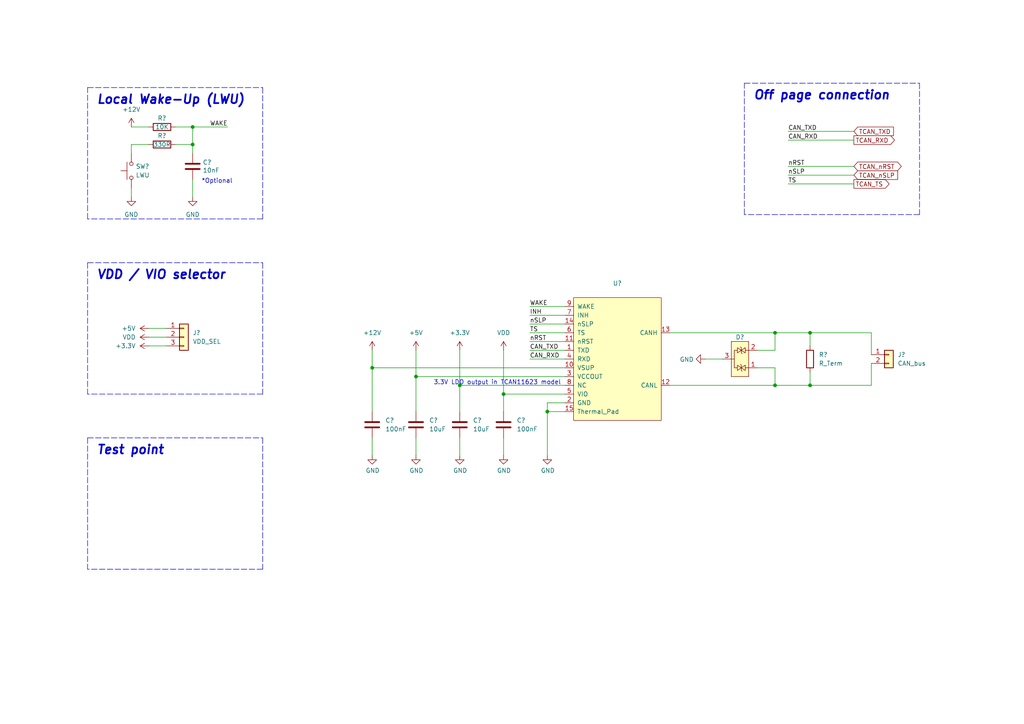
<source format=kicad_sch>
(kicad_sch (version 20211123) (generator eeschema)
  (paper "A4")
  (title_block (title "Multi purpose power converter module with CAN bus interface") (date "2022-09-07") (rev "0.1") (company "City Science Lab @ Taipei Tech /a cooperation with the MIT Media Lab") (comment 1 "DANCHOUZHOU") (comment 2 "https://github.com/danchouzhou") (comment 3 "danchouzhou@gmail.com"))
  (lib_symbols
    (symbol "Connector_Generic:Conn_01x02" (pin_names (offset 1.016) hide)
      (property "Reference" "J" (at 0 2.54 0))
      (property "Value" "Conn_01x02" (at 0 -5.08 0))
      (symbol "Conn_01x02_1_1"
        (rectangle (start -1.27 -2.413) (end 0 -2.667) (stroke (width 0.1524)))
        (rectangle (start -1.27 0.127) (end 0 -0.127) (stroke (width 0.1524)))
        (rectangle (start -1.27 1.27) (end 1.27 -3.81) (stroke (width 0.254)) (fill (type background)))
        (pin passive line (at -5.08 0 0) (length 3.81) (name "Pin_1") (number "1"))
        (pin passive line (at -5.08 -2.54 0) (length 3.81) (name "Pin_2") (number "2"))
      )
    )
    (symbol "Connector_Generic:Conn_01x03" (pin_names (offset 1.016) hide)
      (property "Reference" "J" (at 0 5.08 0))
      (property "Value" "Conn_01x03" (at 0 -5.08 0))
      (symbol "Conn_01x03_1_1"
        (rectangle (start -1.27 -2.413) (end 0 -2.667) (stroke (width 0.1524)))
        (rectangle (start -1.27 0.127) (end 0 -0.127) (stroke (width 0.1524)))
        (rectangle (start -1.27 2.667) (end 0 2.413) (stroke (width 0.1524)))
        (rectangle (start -1.27 3.81) (end 1.27 -3.81) (stroke (width 0.254)) (fill (type background)))
        (pin passive line (at -5.08 2.54 0) (length 3.81) (name "Pin_1") (number "1"))
        (pin passive line (at -5.08 0 0) (length 3.81) (name "Pin_2") (number "2"))
        (pin passive line (at -5.08 -2.54 0) (length 3.81) (name "Pin_3") (number "3"))
      )
    )
    (symbol "Device:C" (pin_numbers hide) (pin_names (offset 0.254))
      (property "Reference" "C" (at 0.635 2.54 0))
      (property "Value" "C" (at 0.635 -2.54 0))
      (symbol "C_0_1"
        (polyline (pts (xy -2.032 -0.762) (xy 2.032 -0.762)) (stroke (width 0.508)))
        (polyline (pts (xy -2.032 0.762) (xy 2.032 0.762)) (stroke (width 0.508)))
      )
      (symbol "C_1_1"
        (pin passive line (at 0 3.81 270) (length 2.794) (name "~") (number "1"))
        (pin passive line (at 0 -3.81 90) (length 2.794) (name "~") (number "2"))
      )
    )
    (symbol "Device:R" (pin_numbers hide) (pin_names (offset 0))
      (property "Reference" "R" (at 2.032 0 90))
      (property "Value" "R" (at 0 0 90))
      (symbol "R_0_1"
        (rectangle (start -1.016 -2.54) (end 1.016 2.54) (stroke (width 0.254)))
      )
      (symbol "R_1_1"
        (pin passive line (at 0 3.81 270) (length 1.27) (name "~") (number "1"))
        (pin passive line (at 0 -3.81 90) (length 1.27) (name "~") (number "2"))
      )
    )
    (symbol "PEC3124C2A-AU:PEC3124C2A-AU" (pin_names (offset 1.016))
      (property "Reference" "D" (at 0 6.35 0))
      (property "Value" "PEC3124C2A-AU" (at 0 -6.35 0))
      (symbol "PEC3124C2A-AU_0_1"
        (rectangle (start -2.54 5.08) (end 2.54 -5.08) (fill (type background)))
        (polyline (pts (xy -2.54 0) (xy -1.651 0)))
        (polyline (pts (xy 1.524 -2.54) (xy 2.54 -2.54)))
        (polyline (pts (xy 1.524 2.54) (xy 2.54 2.54)))
        (polyline (pts (xy -0.762 2.54) (xy -1.651 2.54) (xy -1.651 -2.54) (xy -0.762 -2.54)))
        (polyline (pts (xy 0.127 -1.524) (xy 0.381 -1.778) (xy 0.381 -3.302) (xy 0.635 -3.556)))
        (polyline (pts (xy 0.127 3.556) (xy 0.381 3.302) (xy 0.381 1.778) (xy 0.635 1.524)))
        (polyline (pts (xy 1.524 -1.778) (xy 1.524 -3.302) (xy -0.762 -1.778) (xy -0.762 -3.302) (xy 1.524 -1.778)))
        (polyline (pts (xy 1.524 3.302) (xy 1.524 1.778) (xy -0.762 3.302) (xy -0.762 1.778) (xy 1.524 3.302)))
      )
      (symbol "PEC3124C2A-AU_1_1"
        (pin passive line (at 5.08 -2.54 180) (length 2.54) (name "~") (number "1"))
        (pin passive line (at 5.08 2.54 180) (length 2.54) (name "~") (number "2"))
        (pin passive line (at -5.08 0 0) (length 2.54) (name "~") (number "3"))
      )
    )
    (symbol "Switch:SW_Push" (pin_numbers hide) (pin_names (offset 1.016) hide)
      (property "Reference" "SW" (at 1.27 2.54 0))
      (property "Value" "SW_Push" (at 0 -1.524 0))
      (symbol "SW_Push_0_1"
        (circle (center -2.032 0) (radius 0.508))
        (polyline (pts (xy 0 1.27) (xy 0 3.048)))
        (polyline (pts (xy 2.54 1.27) (xy -2.54 1.27)))
        (circle (center 2.032 0) (radius 0.508))
        (pin passive line (at -5.08 0 0) (length 2.54) (name "1") (number "1"))
        (pin passive line (at 5.08 0 180) (length 2.54) (name "2") (number "2"))
      )
    )
    (symbol "TCAN1162x-Q1:PTCAN11625DMTRQ1" (pin_names (offset 1.016))
      (property "Reference" "U" (at 0 21.59 0))
      (property "Value" "PTCAN11625DMTRQ1" (at 0 19.05 0))
      (symbol "PTCAN11625DMTRQ1_0_1"
        (rectangle (start -12.7 17.78) (end 12.7 -17.78) (fill (type background)))
        (rectangle (start 12.7 -17.78) (end 12.7 -17.78))
      )
      (symbol "PTCAN11625DMTRQ1_1_1"
        (pin input line (at -15.24 2.54 0) (length 2.54) (name "TXD") (number "1"))
        (pin power_in line (at -15.24 -2.54 0) (length 2.54) (name "VSUP") (number "10"))
        (pin bidirectional line (at -15.24 5.08 0) (length 2.54) (name "nRST") (number "11"))
        (pin bidirectional line (at 15.24 -7.62 180) (length 2.54) (name "CANL") (number "12"))
        (pin bidirectional line (at 15.24 7.62 180) (length 2.54) (name "CANH") (number "13"))
        (pin input line (at -15.24 10.16 0) (length 2.54) (name "nSLP") (number "14"))
        (pin passive line (at -15.24 -15.24 0) (length 2.54) (name "Thermal_Pad") (number "15"))
        (pin power_in line (at -15.24 -12.7 0) (length 2.54) (name "GND") (number "2"))
        (pin power_out line (at -15.24 -5.08 0) (length 2.54) (name "VCCOUT") (number "3"))
        (pin output line (at -15.24 0 0) (length 2.54) (name "RXD") (number "4"))
        (pin power_in line (at -15.24 -10.16 0) (length 2.54) (name "VIO") (number "5"))
        (pin output line (at -15.24 7.62 0) (length 2.54) (name "TS") (number "6"))
        (pin output line (at -15.24 12.7 0) (length 2.54) (name "INH") (number "7"))
        (pin passive line (at -15.24 -7.62 0) (length 2.54) (name "NC") (number "8"))
        (pin input line (at -15.24 15.24 0) (length 2.54) (name "WAKE") (number "9"))
      )
    )
    (symbol "power:+12V" (power) (pin_names (offset 0))
      (property "Value" "+12V" (at 0 3.556 0))
      (symbol "+12V_0_1"
        (polyline (pts (xy -0.762 1.27) (xy 0 2.54)))
        (polyline (pts (xy 0 0) (xy 0 2.54)))
        (polyline (pts (xy 0 2.54) (xy 0.762 1.27)))
      )
      (symbol "+12V_1_1"
        (pin power_in line (at 0 0 90) (length 0) hide (name "+12V") (number "1"))
      )
    )
    (symbol "power:+3.3V" (power) (pin_names (offset 0))
      (property "Value" "+3.3V" (at 0 3.556 0))
      (symbol "+3.3V_0_1"
        (polyline (pts (xy -0.762 1.27) (xy 0 2.54)))
        (polyline (pts (xy 0 0) (xy 0 2.54)))
        (polyline (pts (xy 0 2.54) (xy 0.762 1.27)))
      )
      (symbol "+3.3V_1_1"
        (pin power_in line (at 0 0 90) (length 0) hide (name "+3.3V") (number "1"))
      )
    )
    (symbol "power:+5V" (power) (pin_names (offset 0))
      (property "Value" "+5V" (at 0 3.556 0))
      (symbol "+5V_0_1"
        (polyline (pts (xy -0.762 1.27) (xy 0 2.54)))
        (polyline (pts (xy 0 0) (xy 0 2.54)))
        (polyline (pts (xy 0 2.54) (xy 0.762 1.27)))
      )
      (symbol "+5V_1_1"
        (pin power_in line (at 0 0 90) (length 0) hide (name "+5V") (number "1"))
      )
    )
    (symbol "power:GND" (power) (pin_names (offset 0))
      (property "Value" "GND" (at 0 -3.81 0))
      (symbol "GND_0_1"
        (polyline (pts (xy 0 0) (xy 0 -1.27) (xy 1.27 -1.27) (xy 0 -2.54) (xy -1.27 -1.27) (xy 0 -1.27)))
      )
      (symbol "GND_1_1"
        (pin power_in line (at 0 0 270) (length 0) hide (name "GND") (number "1"))
      )
    )
    (symbol "power:VDD" (power) (pin_names (offset 0))
      (property "Value" "VDD" (at 0 3.81 0))
      (symbol "VDD_0_1"
        (polyline (pts (xy -0.762 1.27) (xy 0 2.54)))
        (polyline (pts (xy 0 0) (xy 0 2.54)))
        (polyline (pts (xy 0 2.54) (xy 0.762 1.27)))
      )
      (symbol "VDD_1_1"
        (pin power_in line (at 0 0 90) (length 0) hide (name "VDD") (number "1"))
      )
    )
  )
  (junction (at 55.88 36.83))
  (junction (at 224.79 111.76))
  (junction (at 158.75 119.38))
  (junction (at 120.65 109.22))
  (junction (at 55.88 41.91))
  (junction (at 224.79 96.52))
  (junction (at 234.95 111.76))
  (junction (at 146.05 114.3))
  (junction (at 234.95 96.52))
  (junction (at 107.95 106.68))
  (junction (at 133.35 111.76))
  (wire (pts (xy 228.6 38.1) (xy 247.65 38.1)))
  (wire (pts (xy 146.05 127) (xy 146.05 132.08)))
  (wire (pts (xy 43.18 95.25) (xy 48.26 95.25)))
  (wire (pts (xy 153.67 96.52) (xy 163.83 96.52)))
  (wire (pts (xy 234.95 96.52) (xy 234.95 100.33)))
  (polyline (pts (xy 76.2 76.2) (xy 76.2 114.3)))
  (wire (pts (xy 234.95 96.52) (xy 252.73 96.52)))
  (polyline (pts (xy 266.7 62.23) (xy 215.9 62.23)))
  (wire (pts (xy 38.1 36.83) (xy 43.18 36.83)))
  (polyline (pts (xy 25.4 76.2) (xy 25.4 114.3)))
  (wire (pts (xy 228.6 40.64) (xy 247.65 40.64)))
  (wire (pts (xy 153.67 91.44) (xy 163.83 91.44)))
  (wire (pts (xy 234.95 111.76) (xy 252.73 111.76)))
  (polyline (pts (xy 25.4 127) (xy 25.4 165.1)))
  (wire (pts (xy 107.95 101.6) (xy 107.95 106.68)))
  (wire (pts (xy 228.6 53.34) (xy 247.65 53.34)))
  (wire (pts (xy 38.1 41.91) (xy 38.1 44.45)))
  (wire (pts (xy 38.1 54.61) (xy 38.1 57.15)))
  (wire (pts (xy 120.65 101.6) (xy 120.65 109.22)))
  (polyline (pts (xy 25.4 63.5) (xy 25.4 25.4)))
  (wire (pts (xy 55.88 57.15) (xy 55.88 52.07)))
  (wire (pts (xy 153.67 99.06) (xy 163.83 99.06)))
  (wire (pts (xy 43.18 41.91) (xy 38.1 41.91)))
  (polyline (pts (xy 266.7 24.13) (xy 266.7 62.23)))
  (wire (pts (xy 55.88 41.91) (xy 55.88 36.83)))
  (wire (pts (xy 224.79 101.6) (xy 219.71 101.6)))
  (wire (pts (xy 146.05 114.3) (xy 146.05 119.38)))
  (wire (pts (xy 224.79 96.52) (xy 234.95 96.52)))
  (polyline (pts (xy 76.2 114.3) (xy 25.4 114.3)))
  (wire (pts (xy 55.88 41.91) (xy 55.88 44.45)))
  (wire (pts (xy 133.35 111.76) (xy 133.35 119.38)))
  (wire (pts (xy 163.83 114.3) (xy 146.05 114.3)))
  (wire (pts (xy 43.18 100.33) (xy 48.26 100.33)))
  (wire (pts (xy 50.8 36.83) (xy 55.88 36.83)))
  (wire (pts (xy 163.83 116.84) (xy 158.75 116.84)))
  (polyline (pts (xy 76.2 25.4) (xy 76.2 63.5)))
  (wire (pts (xy 228.6 48.26) (xy 247.65 48.26)))
  (wire (pts (xy 43.18 97.79) (xy 48.26 97.79)))
  (polyline (pts (xy 76.2 127) (xy 76.2 165.1)))
  (polyline (pts (xy 25.4 127) (xy 76.2 127)))
  (wire (pts (xy 219.71 106.68) (xy 224.79 106.68)))
  (wire (pts (xy 163.83 111.76) (xy 133.35 111.76)))
  (wire (pts (xy 146.05 101.6) (xy 146.05 114.3)))
  (wire (pts (xy 133.35 127) (xy 133.35 132.08)))
  (wire (pts (xy 252.73 105.41) (xy 252.73 111.76)))
  (polyline (pts (xy 215.9 24.13) (xy 266.7 24.13)))
  (wire (pts (xy 153.67 93.98) (xy 163.83 93.98)))
  (wire (pts (xy 120.65 127) (xy 120.65 132.08)))
  (wire (pts (xy 55.88 36.83) (xy 66.04 36.83)))
  (wire (pts (xy 224.79 106.68) (xy 224.79 111.76)))
  (wire (pts (xy 234.95 107.95) (xy 234.95 111.76)))
  (wire (pts (xy 153.67 88.9) (xy 163.83 88.9)))
  (wire (pts (xy 163.83 106.68) (xy 107.95 106.68)))
  (wire (pts (xy 158.75 119.38) (xy 158.75 132.08)))
  (wire (pts (xy 133.35 101.6) (xy 133.35 111.76)))
  (wire (pts (xy 158.75 119.38) (xy 163.83 119.38)))
  (wire (pts (xy 153.67 101.6) (xy 163.83 101.6)))
  (wire (pts (xy 158.75 116.84) (xy 158.75 119.38)))
  (wire (pts (xy 120.65 109.22) (xy 120.65 119.38)))
  (polyline (pts (xy 25.4 25.4) (xy 76.2 25.4)))
  (polyline (pts (xy 76.2 63.5) (xy 25.4 63.5)))
  (wire (pts (xy 107.95 127) (xy 107.95 132.08)))
  (wire (pts (xy 252.73 96.52) (xy 252.73 102.87)))
  (wire (pts (xy 107.95 106.68) (xy 107.95 119.38)))
  (polyline (pts (xy 25.4 76.2) (xy 76.2 76.2)))
  (polyline (pts (xy 215.9 62.23) (xy 215.9 24.13)))
  (wire (pts (xy 224.79 96.52) (xy 224.79 101.6)))
  (wire (pts (xy 234.95 111.76) (xy 224.79 111.76)))
  (wire (pts (xy 228.6 50.8) (xy 247.65 50.8)))
  (wire (pts (xy 153.67 104.14) (xy 163.83 104.14)))
  (polyline (pts (xy 76.2 165.1) (xy 25.4 165.1)))
  (wire (pts (xy 163.83 109.22) (xy 120.65 109.22)))
  (wire (pts (xy 50.8 41.91) (xy 55.88 41.91)))
  (wire (pts (xy 224.79 111.76) (xy 194.31 111.76)))
  (wire (pts (xy 194.31 96.52) (xy 224.79 96.52)))
  (wire (pts (xy 204.47 104.14) (xy 209.55 104.14)))
  (text "Local Wake-Up (LWU)" (at 27.94 30.48 0) (effects (font (size 2.54 2.54) (thickness 0.508) bold italic) (justify left bottom)))
  (text "Test point" (at 27.94 132.08 0) (effects (font (size 2.54 2.54) (thickness 0.508) bold italic) (justify left bottom)))
  (text "3.3V LDO output in TCAN11623 model" (at 125.73 111.76 0) (effects (font (size 1.27 1.27)) (justify left bottom)))
  (text "VDD / VIO selector" (at 27.94 81.28 0) (effects (font (size 2.54 2.54) (thickness 0.508) bold italic) (justify left bottom)))
  (text "Off page connection" (at 218.44 29.21 0) (effects (font (size 2.54 2.54) (thickness 0.508) bold italic) (justify left bottom)))
  (text "*Optional" (at 58.42 53.34 0) (effects (font (size 1.27 1.27)) (justify left bottom)))
  (label "WAKE" (at 66.04 36.83 180))
  (label "TS" (at 153.67 96.52 0))
  (label "WAKE" (at 153.67 88.9 0))
  (label "CAN_RXD" (at 228.6 40.64 0))
  (label "CAN_TXD" (at 153.67 101.6 0))
  (label "CAN_TXD" (at 228.6 38.1 0))
  (label "TS" (at 228.6 53.34 0))
  (label "nSLP" (at 228.6 50.8 0))
  (label "INH" (at 153.67 91.44 0))
  (label "nSLP" (at 153.67 93.98 0))
  (label "nRST" (at 153.67 99.06 0))
  (label "CAN_RXD" (at 153.67 104.14 0))
  (label "nRST" (at 228.6 48.26 0))
  (global_label "TCAN_TXD" (shape input) (at 247.65 38.1 0) (property "Intersheet References" "${INTERSHEET_REFS}" (effects hide)))
  (global_label "TCAN_RXD" (shape output) (at 247.65 40.64 0) (property "Intersheet References" "${INTERSHEET_REFS}" (effects hide)))
  (global_label "TCAN_nRST" (shape bidirectional) (at 247.65 48.26 0) (property "Intersheet References" "${INTERSHEET_REFS}" (effects hide)))
  (global_label "TCAN_TS" (shape output) (at 247.65 53.34 0) (property "Intersheet References" "${INTERSHEET_REFS}" (effects hide)))
  (global_label "TCAN_nSLP" (shape input) (at 247.65 50.8 0) (property "Intersheet References" "${INTERSHEET_REFS}" (effects hide)))
  (symbol (lib_id "TCAN1162x-Q1:PTCAN11625DMTRQ1") (at 179.07 104.14 0) (unit 1)
    (property "Reference" "U?" (at 179.07 82.169 0))
  )
  (symbol (lib_id "PEC3124C2A-AU:PEC3124C2A-AU") (at 214.63 104.14 0) (unit 1)
    (property "Reference" "D?" (at 214.63 97.79 0))
    (property "Description" "Bidirectional ESD protection" (effects hide))
    (property "Manufacturer" "PANJIT" (effects hide))
    (property "Manufacturer P/N" "PEC3124C2A-AU_R1_000A1" (effects hide))
  )
  (symbol (lib_id "power:GND") (at 204.47 104.14 270) (unit 1)
    (property "Reference" "#PWR?" (effects hide))
  )
  (symbol (lib_id "power:GND") (at 158.75 132.08 0) (unit 1)
    (property "Reference" "#PWR?" (effects hide))
  )
  (symbol (lib_id "Device:R") (at 46.99 36.83 270) (unit 1)
    (property "Reference" "R?" (at 46.99 34.29 90))
    (property "Value" "10K" (at 46.99 36.83 90))
  )
  (symbol (lib_id "power:GND") (at 133.35 132.08 0) (unit 1)
    (property "Reference" "#PWR?" (effects hide))
    (property "Value" "GND" (at 133.477 136.4742 0))
  )
  (symbol (lib_id "Device:C") (at 120.65 123.19 0) (unit 1)
    (property "Reference" "C?" (at 124.46 121.9199 0) (effects (justify left)))
    (property "Value" "10uF" (at 124.46 124.4599 0) (effects (justify left)))
  )
  (symbol (lib_id "Switch:SW_Push") (at 38.1 49.53 90) (unit 1)
    (property "Reference" "SW?" (at 39.37 48.2599 90) (effects (justify right)))
    (property "Value" "LWU" (at 39.37 50.7999 90) (effects (justify right)))
  )
  (symbol (lib_id "power:+3.3V") (at 43.18 100.33 90) (unit 1)
    (property "Reference" "#PWR?" (effects hide))
    (property "Value" "+3.3V" (at 39.37 100.3299 90) (effects (justify left)))
  )
  (symbol (lib_id "power:VDD") (at 146.05 101.6 0) (unit 1)
    (property "Reference" "#PWR?" (effects hide))
    (property "Value" "VDD" (at 146.05 96.52 0))
  )
  (symbol (lib_id "power:VDD") (at 43.18 97.79 90) (unit 1)
    (property "Reference" "#PWR?" (effects hide))
    (property "Value" "VDD" (at 39.37 97.7899 90) (effects (justify left)))
  )
  (symbol (lib_id "Connector_Generic:Conn_01x02") (at 257.81 102.87 0) (unit 1)
    (property "Reference" "J?" (at 260.35 102.8699 0) (effects (justify left)))
    (property "Value" "CAN_bus" (at 260.35 105.4099 0) (effects (justify left)))
  )
  (symbol (lib_id "power:+5V") (at 120.65 101.6 0) (unit 1)
    (property "Reference" "#PWR?" (effects hide))
    (property "Value" "+5V" (at 120.65 96.52 0))
  )
  (symbol (lib_id "Device:R") (at 234.95 104.14 0) (unit 1)
    (property "Reference" "R?" (at 237.49 102.8699 0) (effects (justify left)))
    (property "Value" "R_Term" (at 237.49 105.4099 0) (effects (justify left)))
  )
  (symbol (lib_id "power:GND") (at 146.05 132.08 0) (unit 1)
    (property "Reference" "#PWR?" (effects hide))
    (property "Value" "GND" (at 146.177 136.4742 0))
  )
  (symbol (lib_id "power:GND") (at 55.88 57.15 0) (unit 1)
    (property "Reference" "#PWR?" (effects hide))
    (property "Value" "GND" (at 55.88 62.23 0))
  )
  (symbol (lib_id "power:+12V") (at 38.1 36.83 0) (unit 1)
    (property "Reference" "#PWR?" (effects hide))
    (property "Value" "+12V" (at 38.1 31.75 0))
  )
  (symbol (lib_id "power:+5V") (at 43.18 95.25 90) (unit 1)
    (property "Reference" "#PWR?" (effects hide))
    (property "Value" "+5V" (at 39.37 95.2499 90) (effects (justify left)))
  )
  (symbol (lib_id "power:+3.3V") (at 133.35 101.6 0) (unit 1)
    (property "Reference" "#PWR?" (effects hide))
    (property "Value" "+3.3V" (at 133.35 96.52 0))
  )
  (symbol (lib_id "power:GND") (at 107.95 132.08 0) (unit 1)
    (property "Reference" "#PWR?" (effects hide))
    (property "Value" "GND" (at 108.077 136.4742 0))
  )
  (symbol (lib_id "Connector_Generic:Conn_01x03") (at 53.34 97.79 0) (unit 1)
    (property "Reference" "J?" (at 55.88 96.5199 0) (effects (justify left)))
    (property "Value" "VDD_SEL" (at 55.88 99.0599 0) (effects (justify left)))
  )
  (symbol (lib_id "power:GND") (at 38.1 57.15 0) (unit 1)
    (property "Reference" "#PWR?" (effects hide))
    (property "Value" "GND" (at 38.1 62.23 0))
  )
  (symbol (lib_id "power:+12V") (at 107.95 101.6 0) (unit 1)
    (property "Reference" "#PWR?" (effects hide))
    (property "Value" "+12V" (at 107.95 96.52 0))
  )
  (symbol (lib_id "Device:C") (at 55.88 48.26 0) (unit 1)
    (property "Reference" "C?" (at 58.801 47.0916 0) (effects (justify left)))
    (property "Value" "10nF" (at 58.801 49.403 0) (effects (justify left)))
  )
  (symbol (lib_id "Device:C") (at 146.05 123.19 0) (unit 1)
    (property "Reference" "C?" (at 149.86 121.9199 0) (effects (justify left)))
    (property "Value" "100nF" (at 149.86 124.4599 0) (effects (justify left)))
  )
  (symbol (lib_id "Device:C") (at 107.95 123.19 0) (unit 1)
    (property "Reference" "C?" (at 111.76 121.9199 0) (effects (justify left)))
    (property "Value" "100nF" (at 111.76 124.4599 0) (effects (justify left)))
  )
  (symbol (lib_id "power:GND") (at 120.65 132.08 0) (unit 1)
    (property "Reference" "#PWR?" (effects hide))
    (property "Value" "GND" (at 120.777 136.4742 0))
  )
  (symbol (lib_id "Device:R") (at 46.99 41.91 90) (unit 1)
    (property "Reference" "R?" (at 46.99 39.37 90))
    (property "Value" "330R" (at 46.99 41.91 90))
  )
  (symbol (lib_id "Device:C") (at 133.35 123.19 0) (unit 1)
    (property "Reference" "C?" (at 137.16 121.9199 0) (effects (justify left)))
    (property "Value" "10uF" (at 137.16 124.4599 0) (effects (justify left)))
  )
)
</source>
